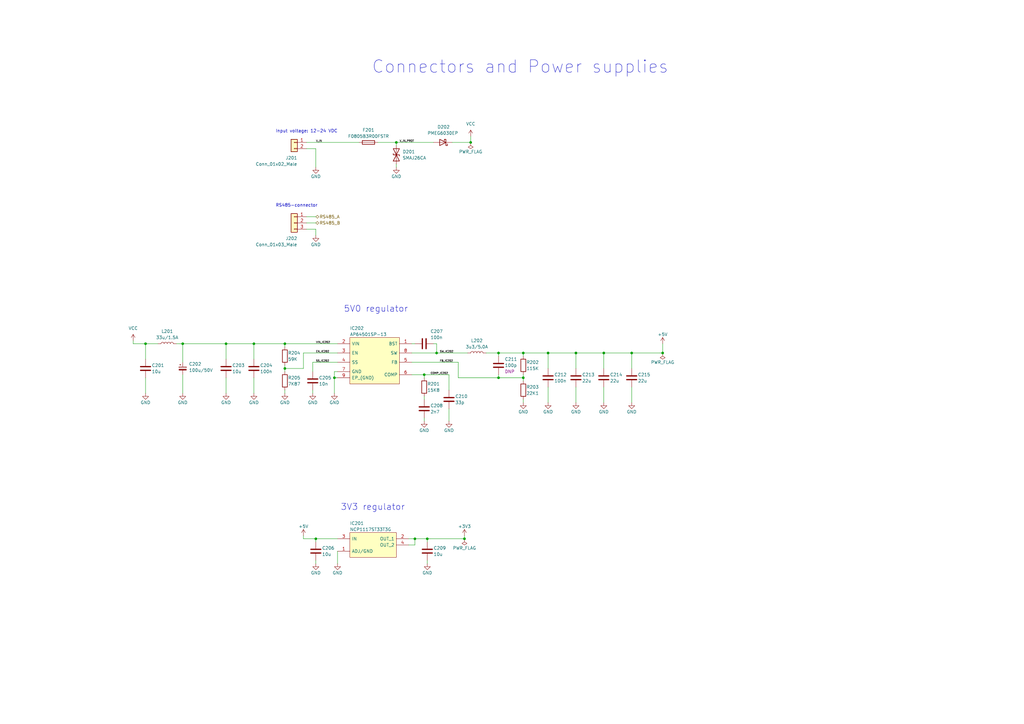
<source format=kicad_sch>
(kicad_sch (version 20211123) (generator eeschema)
  (paper "A3")
  (title_block (title "qEdge-UI") (date "06.02.2023") (rev "V1.0.0") (company "(C) 2023 qinno") (comment 1 "CYA") (comment 2 "17.02.2023") (comment 3 "MSC") (comment 4 "17.02.2023") (comment 5 "RWO") (comment 6 "-") (comment 7 "V1.0.0"))
  (lib_symbols
    (symbol "Connector_Generic:Conn_01x02" (pin_names (offset 1.016) hide)
      (property "Reference" "J" (at 0 2.54 0))
      (property "Value" "Conn_01x02" (at 0 -5.08 0))
      (symbol "Conn_01x02_1_1"
        (rectangle (start -1.27 -2.413) (end 0 -2.667) (stroke (width 0.1524)))
        (rectangle (start -1.27 0.127) (end 0 -0.127) (stroke (width 0.1524)))
        (rectangle (start -1.27 1.27) (end 1.27 -3.81) (stroke (width 0.254)) (fill (type background)))
        (pin passive line (at -5.08 0 0) (length 3.81) (name "Pin_1") (number "1"))
        (pin passive line (at -5.08 -2.54 0) (length 3.81) (name "Pin_2") (number "2"))
      )
    )
    (symbol "Connector_Generic:Conn_01x03" (pin_names (offset 1.016) hide)
      (property "Reference" "J" (at 0 5.08 0))
      (property "Value" "Conn_01x03" (at 0 -5.08 0))
      (symbol "Conn_01x03_1_1"
        (rectangle (start -1.27 -2.413) (end 0 -2.667) (stroke (width 0.1524)))
        (rectangle (start -1.27 0.127) (end 0 -0.127) (stroke (width 0.1524)))
        (rectangle (start -1.27 2.667) (end 0 2.413) (stroke (width 0.1524)))
        (rectangle (start -1.27 3.81) (end 1.27 -3.81) (stroke (width 0.254)) (fill (type background)))
        (pin passive line (at -5.08 2.54 0) (length 3.81) (name "Pin_1") (number "1"))
        (pin passive line (at -5.08 0 0) (length 3.81) (name "Pin_2") (number "2"))
        (pin passive line (at -5.08 -2.54 0) (length 3.81) (name "Pin_3") (number "3"))
      )
    )
    (symbol "Device:C" (pin_numbers hide) (pin_names (offset 0.254))
      (property "Reference" "C" (at 0.635 2.54 0))
      (property "Value" "C" (at 0.635 -2.54 0))
      (symbol "C_0_1"
        (polyline (pts (xy -2.032 -0.762) (xy 2.032 -0.762)) (stroke (width 0.508)))
        (polyline (pts (xy -2.032 0.762) (xy 2.032 0.762)) (stroke (width 0.508)))
      )
      (symbol "C_1_1"
        (pin passive line (at 0 3.81 270) (length 2.794) (name "~") (number "1"))
        (pin passive line (at 0 -3.81 90) (length 2.794) (name "~") (number "2"))
      )
    )
    (symbol "Device:C_Polarized_Small" (pin_numbers hide) (pin_names (offset 0.254) hide)
      (property "Reference" "C" (at 0.254 1.778 0))
      (property "Value" "C_Polarized_Small" (at 0.254 -2.032 0))
      (symbol "C_Polarized_Small_0_1"
        (rectangle (start -1.524 -0.3048) (end 1.524 -0.6858) (fill (type outline)))
        (rectangle (start -1.524 0.6858) (end 1.524 0.3048))
        (polyline (pts (xy -1.27 1.524) (xy -0.762 1.524)))
        (polyline (pts (xy -1.016 1.27) (xy -1.016 1.778)))
      )
      (symbol "C_Polarized_Small_1_1"
        (pin passive line (at 0 2.54 270) (length 1.8542) (name "~") (number "1"))
        (pin passive line (at 0 -2.54 90) (length 1.8542) (name "~") (number "2"))
      )
    )
    (symbol "Device:D_TVS" (pin_numbers hide) (pin_names (offset 1.016) hide)
      (property "Reference" "D" (at 0 2.54 0))
      (property "Value" "D_TVS" (at 0 -2.54 0))
      (symbol "D_TVS_0_1"
        (polyline (pts (xy 1.27 0) (xy -1.27 0)))
        (polyline (pts (xy 0.508 1.27) (xy 0 1.27) (xy 0 -1.27) (xy -0.508 -1.27)) (stroke (width 0.254)))
        (polyline (pts (xy -2.54 1.27) (xy -2.54 -1.27) (xy 2.54 1.27) (xy 2.54 -1.27) (xy -2.54 1.27)) (stroke (width 0.254)))
      )
      (symbol "D_TVS_1_1"
        (pin passive line (at -3.81 0 0) (length 2.54) (name "A1") (number "1"))
        (pin passive line (at 3.81 0 180) (length 2.54) (name "A2") (number "2"))
      )
    )
    (symbol "Device:Fuse" (pin_numbers hide) (pin_names (offset 0))
      (property "Reference" "F" (at 2.032 0 90))
      (property "Value" "Fuse" (at -1.905 0 90))
      (symbol "Fuse_0_1"
        (rectangle (start -0.762 -2.54) (end 0.762 2.54) (stroke (width 0.254)))
        (polyline (pts (xy 0 2.54) (xy 0 -2.54)))
      )
      (symbol "Fuse_1_1"
        (pin passive line (at 0 3.81 270) (length 1.27) (name "~") (number "1"))
        (pin passive line (at 0 -3.81 90) (length 1.27) (name "~") (number "2"))
      )
    )
    (symbol "Device:L" (pin_numbers hide) (pin_names (offset 1.016) hide)
      (property "Reference" "L" (at -1.27 0 90))
      (property "Value" "L" (at 1.905 0 90))
      (symbol "L_0_1"
        (arc (start 0 -2.54) (mid 0.635 -1.905) (end 0 -1.27))
        (arc (start 0 -1.27) (mid 0.635 -0.635) (end 0 0))
        (arc (start 0 0) (mid 0.635 0.635) (end 0 1.27))
        (arc (start 0 1.27) (mid 0.635 1.905) (end 0 2.54))
      )
      (symbol "L_1_1"
        (pin passive line (at 0 3.81 270) (length 1.27) (name "1") (number "1"))
        (pin passive line (at 0 -3.81 90) (length 1.27) (name "2") (number "2"))
      )
    )
    (symbol "Device:R" (pin_numbers hide) (pin_names (offset 0))
      (property "Reference" "R" (at 2.032 0 90))
      (property "Value" "R" (at 0 0 90))
      (symbol "R_0_1"
        (rectangle (start -1.016 -2.54) (end 1.016 2.54) (stroke (width 0.254)))
      )
      (symbol "R_1_1"
        (pin passive line (at 0 3.81 270) (length 1.27) (name "~") (number "1"))
        (pin passive line (at 0 -3.81 90) (length 1.27) (name "~") (number "2"))
      )
    )
    (symbol "Diode:PMEG6030EP" (pin_numbers hide) (pin_names hide)
      (property "Reference" "D" (at 0 2.54 0))
      (property "Value" "PMEG6030EP" (at 0 -2.54 0))
      (symbol "PMEG6030EP_0_1"
        (polyline (pts (xy 1.27 0) (xy -1.27 0)))
        (polyline (pts (xy 1.27 1.27) (xy 1.27 -1.27) (xy -1.27 0) (xy 1.27 1.27)) (stroke (width 0.254)))
        (polyline (pts (xy -1.905 0.635) (xy -1.905 1.27) (xy -1.27 1.27) (xy -1.27 -1.27) (xy -0.635 -1.27) (xy -0.635 -0.635)) (stroke (width 0.254)))
      )
      (symbol "PMEG6030EP_1_1"
        (pin passive line (at -3.81 0 0) (length 2.54) (name "K") (number "1"))
        (pin passive line (at 3.81 0 180) (length 2.54) (name "A") (number "2"))
      )
    )
    (symbol "power:+3V3" (power) (pin_names (offset 0))
      (property "Value" "+3V3" (at 0 3.556 0))
      (symbol "+3V3_0_1"
        (polyline (pts (xy -0.762 1.27) (xy 0 2.54)))
        (polyline (pts (xy 0 0) (xy 0 2.54)))
        (polyline (pts (xy 0 2.54) (xy 0.762 1.27)))
      )
      (symbol "+3V3_1_1"
        (pin power_in line (at 0 0 90) (length 0) hide (name "+3V3") (number "1"))
      )
    )
    (symbol "power:+5V" (power) (pin_names (offset 0))
      (property "Value" "+5V" (at 0 3.556 0))
      (symbol "+5V_0_1"
        (polyline (pts (xy -0.762 1.27) (xy 0 2.54)))
        (polyline (pts (xy 0 0) (xy 0 2.54)))
        (polyline (pts (xy 0 2.54) (xy 0.762 1.27)))
      )
      (symbol "+5V_1_1"
        (pin power_in line (at 0 0 90) (length 0) hide (name "+5V") (number "1"))
      )
    )
    (symbol "power:GND" (power) (pin_names (offset 0))
      (property "Value" "GND" (at 0 -3.81 0))
      (symbol "GND_0_1"
        (polyline (pts (xy 0 0) (xy 0 -1.27) (xy 1.27 -1.27) (xy 0 -2.54) (xy -1.27 -1.27) (xy 0 -1.27)))
      )
      (symbol "GND_1_1"
        (pin power_in line (at 0 0 270) (length 0) hide (name "GND") (number "1"))
      )
    )
    (symbol "power:PWR_FLAG" (power) (pin_numbers hide) (pin_names (offset 0) hide)
      (property "Value" "PWR_FLAG" (at 0 3.81 0))
      (symbol "PWR_FLAG_0_0"
        (pin power_out line (at 0 0 90) (length 0) (name "pwr") (number "1"))
      )
      (symbol "PWR_FLAG_0_1"
        (polyline (pts (xy 0 0) (xy 0 1.27) (xy -1.016 1.905) (xy 0 2.54) (xy 1.016 1.905) (xy 0 1.27)))
      )
    )
    (symbol "power:VCC" (power) (pin_names (offset 0))
      (property "Value" "VCC" (at 0 3.81 0))
      (symbol "VCC_0_1"
        (polyline (pts (xy -0.762 1.27) (xy 0 2.54)))
        (polyline (pts (xy 0 0) (xy 0 2.54)))
        (polyline (pts (xy 0 2.54) (xy 0.762 1.27)))
      )
      (symbol "VCC_1_1"
        (pin power_in line (at 0 0 90) (length 0) hide (name "VCC") (number "1"))
      )
    )
    (symbol "qEdge-UI:AP64501SP-13" (pin_names (offset 0.762))
      (property "Reference" "IC" (at 26.67 7.62 0))
      (property "Value" "AP64501SP-13" (at 26.67 5.08 0))
      (symbol "AP64501SP-13_0_0"
        (pin passive line (at 30.48 0 180) (length 5.08) (name "BST") (number "1"))
        (pin passive line (at 0 0 0) (length 5.08) (name "VIN") (number "2"))
        (pin passive line (at 0 -3.81 0) (length 5.08) (name "EN") (number "3"))
        (pin passive line (at 0 -7.62 0) (length 5.08) (name "SS") (number "4"))
        (pin passive line (at 30.48 -7.62 180) (length 5.08) (name "FB") (number "5"))
        (pin passive line (at 30.48 -12.7 180) (length 5.08) (name "COMP") (number "6"))
        (pin passive line (at 0 -11.43 0) (length 5.08) (name "GND") (number "7"))
        (pin passive line (at 30.48 -3.81 180) (length 5.08) (name "SW") (number "8"))
        (pin passive line (at 0 -13.97 0) (length 5.08) (name "EP_(GND)") (number "9"))
      )
      (symbol "AP64501SP-13_0_1"
        (polyline (pts (xy 5.08 2.54) (xy 25.4 2.54) (xy 25.4 -16.51) (xy 5.08 -16.51) (xy 5.08 2.54)) (stroke (width 0.1524)) (fill (type background)))
      )
    )
    (symbol "qEdge-UI:NCP1117ST33T3G" (pin_names (offset 0.762))
      (property "Reference" "IC" (at 25.4 7.62 0))
      (property "Value" "NCP1117ST33T3G" (at 25.4 5.08 0))
      (symbol "NCP1117ST33T3G_0_0"
        (pin passive line (at 0 -5.08 0) (length 5.08) (name "ADJ/GND") (number "1"))
        (pin passive line (at 29.21 0 180) (length 5.08) (name "OUT_1") (number "2"))
        (pin passive line (at 0 0 0) (length 5.08) (name "IN") (number "3"))
        (pin passive line (at 29.21 -2.54 180) (length 5.08) (name "OUT_2") (number "4"))
      )
      (symbol "NCP1117ST33T3G_0_1"
        (polyline (pts (xy 5.08 2.54) (xy 24.13 2.54) (xy 24.13 -7.62) (xy 5.08 -7.62) (xy 5.08 2.54)) (stroke (width 0.1524)) (fill (type background)))
      )
    )
  )
  (junction (at 190.5 220.98))
  (junction (at 173.99 153.67))
  (junction (at 175.26 220.98))
  (junction (at 214.63 144.78))
  (junction (at 162.56 58.42))
  (junction (at 259.08 144.78))
  (junction (at 271.78 144.78))
  (junction (at 137.16 154.94))
  (junction (at 104.14 140.97))
  (junction (at 116.84 140.97))
  (junction (at 74.93 140.97))
  (junction (at 214.63 154.94))
  (junction (at 170.18 220.98))
  (junction (at 204.47 144.78))
  (junction (at 116.84 151.13))
  (junction (at 224.79 144.78))
  (junction (at 129.54 220.98))
  (junction (at 179.07 144.78))
  (junction (at 236.22 144.78))
  (junction (at 59.69 140.97))
  (junction (at 193.04 58.42))
  (junction (at 92.71 140.97))
  (junction (at 247.65 144.78))
  (junction (at 204.47 154.94))
  (wire (pts (xy 116.84 140.97) (xy 138.43 140.97)))
  (wire (pts (xy 92.71 140.97) (xy 104.14 140.97)))
  (wire (pts (xy 128.27 148.59) (xy 128.27 152.4)))
  (wire (pts (xy 187.96 148.59) (xy 187.96 154.94)))
  (wire (pts (xy 92.71 140.97) (xy 92.71 147.32)))
  (wire (pts (xy 124.46 219.71) (xy 124.46 220.98)))
  (wire (pts (xy 185.42 58.42) (xy 193.04 58.42)))
  (wire (pts (xy 129.54 220.98) (xy 124.46 220.98)))
  (wire (pts (xy 129.54 60.96) (xy 129.54 68.58)))
  (wire (pts (xy 129.54 220.98) (xy 129.54 222.25)))
  (wire (pts (xy 177.8 140.97) (xy 179.07 140.97)))
  (wire (pts (xy 204.47 144.78) (xy 204.47 146.05)))
  (wire (pts (xy 129.54 93.98) (xy 129.54 96.52)))
  (wire (pts (xy 173.99 153.67) (xy 184.15 153.67)))
  (wire (pts (xy 175.26 220.98) (xy 175.26 222.25)))
  (wire (pts (xy 187.96 148.59) (xy 168.91 148.59)))
  (wire (pts (xy 214.63 156.21) (xy 214.63 154.94)))
  (wire (pts (xy 173.99 153.67) (xy 173.99 154.94)))
  (wire (pts (xy 236.22 144.78) (xy 236.22 151.13)))
  (wire (pts (xy 170.18 220.98) (xy 170.18 223.52)))
  (wire (pts (xy 54.61 139.7) (xy 54.61 140.97)))
  (wire (pts (xy 125.73 58.42) (xy 147.32 58.42)))
  (wire (pts (xy 54.61 140.97) (xy 59.69 140.97)))
  (wire (pts (xy 124.46 151.13) (xy 124.46 144.78)))
  (wire (pts (xy 125.73 91.44) (xy 129.54 91.44)))
  (wire (pts (xy 116.84 149.86) (xy 116.84 151.13)))
  (wire (pts (xy 247.65 151.13) (xy 247.65 144.78)))
  (wire (pts (xy 204.47 144.78) (xy 214.63 144.78)))
  (wire (pts (xy 214.63 154.94) (xy 204.47 154.94)))
  (wire (pts (xy 162.56 58.42) (xy 162.56 59.69)))
  (wire (pts (xy 173.99 172.72) (xy 173.99 171.45)))
  (wire (pts (xy 214.63 165.1) (xy 214.63 163.83)))
  (wire (pts (xy 72.39 140.97) (xy 74.93 140.97)))
  (wire (pts (xy 179.07 140.97) (xy 179.07 144.78)))
  (wire (pts (xy 170.18 140.97) (xy 168.91 140.97)))
  (wire (pts (xy 138.43 226.06) (xy 138.43 231.14)))
  (wire (pts (xy 59.69 140.97) (xy 64.77 140.97)))
  (wire (pts (xy 116.84 151.13) (xy 124.46 151.13)))
  (wire (pts (xy 190.5 219.71) (xy 190.5 220.98)))
  (wire (pts (xy 129.54 220.98) (xy 138.43 220.98)))
  (wire (pts (xy 193.04 55.88) (xy 193.04 58.42)))
  (wire (pts (xy 167.64 220.98) (xy 170.18 220.98)))
  (wire (pts (xy 137.16 152.4) (xy 137.16 154.94)))
  (wire (pts (xy 184.15 160.02) (xy 184.15 153.67)))
  (wire (pts (xy 184.15 172.72) (xy 184.15 167.64)))
  (wire (pts (xy 59.69 140.97) (xy 59.69 147.32)))
  (wire (pts (xy 214.63 144.78) (xy 214.63 146.05)))
  (wire (pts (xy 74.93 153.67) (xy 74.93 161.29)))
  (wire (pts (xy 175.26 229.87) (xy 175.26 231.14)))
  (wire (pts (xy 104.14 154.94) (xy 104.14 161.29)))
  (wire (pts (xy 138.43 152.4) (xy 137.16 152.4)))
  (wire (pts (xy 104.14 140.97) (xy 104.14 147.32)))
  (wire (pts (xy 137.16 154.94) (xy 138.43 154.94)))
  (wire (pts (xy 154.94 58.42) (xy 162.56 58.42)))
  (wire (pts (xy 199.39 144.78) (xy 204.47 144.78)))
  (wire (pts (xy 125.73 93.98) (xy 129.54 93.98)))
  (wire (pts (xy 175.26 220.98) (xy 190.5 220.98)))
  (wire (pts (xy 173.99 163.83) (xy 173.99 162.56)))
  (wire (pts (xy 259.08 144.78) (xy 259.08 151.13)))
  (wire (pts (xy 236.22 158.75) (xy 236.22 165.1)))
  (wire (pts (xy 247.65 144.78) (xy 259.08 144.78)))
  (wire (pts (xy 116.84 151.13) (xy 116.84 152.4)))
  (wire (pts (xy 162.56 58.42) (xy 177.8 58.42)))
  (wire (pts (xy 259.08 158.75) (xy 259.08 165.1)))
  (wire (pts (xy 204.47 154.94) (xy 204.47 153.67)))
  (wire (pts (xy 224.79 158.75) (xy 224.79 165.1)))
  (wire (pts (xy 104.14 140.97) (xy 116.84 140.97)))
  (wire (pts (xy 124.46 144.78) (xy 138.43 144.78)))
  (wire (pts (xy 247.65 158.75) (xy 247.65 165.1)))
  (wire (pts (xy 168.91 153.67) (xy 173.99 153.67)))
  (wire (pts (xy 125.73 88.9) (xy 129.54 88.9)))
  (wire (pts (xy 179.07 144.78) (xy 191.77 144.78)))
  (wire (pts (xy 236.22 144.78) (xy 247.65 144.78)))
  (wire (pts (xy 187.96 154.94) (xy 204.47 154.94)))
  (wire (pts (xy 74.93 140.97) (xy 74.93 148.59)))
  (wire (pts (xy 125.73 60.96) (xy 129.54 60.96)))
  (wire (pts (xy 214.63 144.78) (xy 224.79 144.78)))
  (wire (pts (xy 74.93 140.97) (xy 92.71 140.97)))
  (wire (pts (xy 59.69 154.94) (xy 59.69 161.29)))
  (wire (pts (xy 138.43 148.59) (xy 128.27 148.59)))
  (wire (pts (xy 92.71 154.94) (xy 92.71 161.29)))
  (wire (pts (xy 128.27 161.29) (xy 128.27 160.02)))
  (wire (pts (xy 116.84 140.97) (xy 116.84 142.24)))
  (wire (pts (xy 214.63 154.94) (xy 214.63 153.67)))
  (wire (pts (xy 137.16 161.29) (xy 137.16 154.94)))
  (wire (pts (xy 116.84 160.02) (xy 116.84 161.29)))
  (wire (pts (xy 129.54 229.87) (xy 129.54 231.14)))
  (wire (pts (xy 224.79 144.78) (xy 224.79 151.13)))
  (wire (pts (xy 162.56 68.58) (xy 162.56 67.31)))
  (wire (pts (xy 224.79 144.78) (xy 236.22 144.78)))
  (wire (pts (xy 170.18 220.98) (xy 175.26 220.98)))
  (wire (pts (xy 168.91 144.78) (xy 179.07 144.78)))
  (wire (pts (xy 271.78 144.78) (xy 271.78 140.97)))
  (wire (pts (xy 167.64 223.52) (xy 170.18 223.52)))
  (wire (pts (xy 259.08 144.78) (xy 271.78 144.78)))
  (text "RS485-connector" (at 113.03 85.09 0) (effects (font (size 1.27 1.27)) (justify left bottom)))
  (text "Connectors and Power supplies" (at 152.4 30.48 0) (effects (font (size 5.08 5.08)) (justify left bottom)))
  (text "3V3 regulator" (at 139.7 209.55 0) (effects (font (size 2.54 2.54)) (justify left bottom)))
  (text "5V0 regulator" (at 140.97 128.27 0) (effects (font (size 2.54 2.54)) (justify left bottom)))
  (text "Input voltage: 12-24 VDC" (at 113.03 54.61 0) (effects (font (size 1.27 1.27)) (justify left bottom)))
  (label "SS_IC202" (at 129.54 148.59 0) (effects (font (size 0.762 0.762))))
  (label "FB_IC202" (at 180.34 148.59 0) (effects (font (size 0.762 0.762))))
  (label "COMP_IC202" (at 176.53 153.67 0) (effects (font (size 0.762 0.762))))
  (label "V_IN" (at 129.54 58.42 0) (effects (font (size 0.762 0.762))))
  (label "V_IN_PROT" (at 163.83 58.42 0) (effects (font (size 0.762 0.762))))
  (label "EN_IC202" (at 129.54 144.78 0) (effects (font (size 0.762 0.762))))
  (label "SW_IC202" (at 180.34 144.78 0) (effects (font (size 0.762 0.762))))
  (label "VIN_IC202" (at 129.54 140.97 0) (effects (font (size 0.762 0.762))))
  (hierarchical_label "RS485_A" (shape bidirectional) (at 129.54 88.9 0))
  (hierarchical_label "RS485_B" (shape bidirectional) (at 129.54 91.44 0))
  (symbol (lib_id "power:GND") (at 129.54 96.52 0) (unit 1)
    (property "Reference" "#PWR0210" (effects hide))
    (property "Value" "GND" (at 129.54 100.33 0))
  )
  (symbol (lib_id "qEdge-UI:AP64501SP-13") (at 138.43 140.97 0) (unit 1)
    (property "Reference" "IC202" (at 143.51 134.62 0) (effects (justify left)))
    (property "Value" "AP64501SP-13" (at 143.51 137.16 0) (effects (justify left)))
    (property "Footprint" "qEdge-UI:SOIC127P600X163-9N" (effects hide))
    (property "Manufacturer_Name" "Diodes" (effects hide))
    (property "Manufacturer_Part_Number" "AP64501SP-13" (effects hide))
  )
  (symbol (lib_id "power:GND") (at 247.65 165.1 0) (unit 1)
    (property "Reference" "#PWR0222" (effects hide))
    (property "Value" "GND" (at 247.65 168.91 0))
  )
  (symbol (lib_id "Device:C_Polarized_Small") (at 74.93 151.13 0) (unit 1)
    (property "Reference" "C202" (at 77.47 149.3138 0) (effects (justify left)))
    (property "Value" "100u/50V" (at 77.47 151.8538 0) (effects (justify left)))
    (property "Footprint" "Capacitor_SMD:CP_Elec_8x10.5" (effects hide))
    (property "Manufacturer_Name" "Wuerth" (effects hide))
    (property "Manufacturer_Part_Number" "865080653016" (effects hide))
  )
  (symbol (lib_id "Device:C") (at 236.22 154.94 0) (unit 1)
    (property "Reference" "C213" (at 238.76 153.67 0) (effects (justify left)))
    (property "Value" "22u" (at 238.76 156.21 0) (effects (justify left)))
    (property "Footprint" "Capacitor_SMD:C_0805_2012Metric" (effects hide))
  )
  (symbol (lib_id "qEdge-UI:NCP1117ST33T3G") (at 138.43 220.98 0) (unit 1)
    (property "Reference" "IC201" (at 143.51 214.63 0) (effects (justify left)))
    (property "Value" "NCP1117ST33T3G" (at 143.51 217.17 0) (effects (justify left)))
    (property "Footprint" "qEdge-UI:SOT230P700X180-4N" (effects hide))
    (property "Manufacturer_Name" "onsemi" (effects hide))
    (property "Manufacturer_Part_Number" "NCP1117ST33T3G" (effects hide))
  )
  (symbol (lib_id "Device:R") (at 173.99 158.75 0) (unit 1)
    (property "Reference" "R201" (at 175.26 157.48 0) (effects (justify left)))
    (property "Value" "15K8" (at 175.26 160.02 0) (effects (justify left)))
    (property "Footprint" "Resistor_SMD:R_0603_1608Metric" (effects hide))
  )
  (symbol (lib_id "power:+3V3") (at 190.5 219.71 0) (mirror y) (unit 1)
    (property "Reference" "#PWR0217" (effects hide))
    (property "Value" "+3V3" (at 190.5 215.9 0))
  )
  (symbol (lib_id "Device:R") (at 116.84 146.05 0) (unit 1)
    (property "Reference" "R204" (at 118.11 144.78 0) (effects (justify left)))
    (property "Value" "59K" (at 118.11 147.32 0) (effects (justify left)))
    (property "Footprint" "Resistor_SMD:R_0603_1608Metric" (effects hide))
  )
  (symbol (lib_id "Device:C") (at 128.27 156.21 0) (unit 1)
    (property "Reference" "C205" (at 130.81 154.94 0) (effects (justify left)))
    (property "Value" "10n" (at 130.81 157.48 0) (effects (justify left)))
    (property "Footprint" "Capacitor_SMD:C_0603_1608Metric" (effects hide))
  )
  (symbol (lib_id "power:VCC") (at 193.04 55.88 0) (unit 1)
    (property "Reference" "#PWR0218" (effects hide))
    (property "Value" "VCC" (at 193.04 50.8 0))
  )
  (symbol (lib_id "power:PWR_FLAG") (at 193.04 58.42 180) (unit 1)
    (property "Reference" "#FLG0202" (effects hide))
    (property "Value" "PWR_FLAG" (at 193.04 62.23 0))
  )
  (symbol (lib_id "power:+5V") (at 124.46 219.71 0) (unit 1)
    (property "Reference" "#PWR0206" (effects hide))
    (property "Value" "+5V" (at 124.46 215.9 0))
  )
  (symbol (lib_id "power:GND") (at 173.99 172.72 0) (unit 1)
    (property "Reference" "#PWR0214" (effects hide))
    (property "Value" "GND" (at 173.99 176.53 0))
  )
  (symbol (lib_id "Device:C") (at 259.08 154.94 0) (unit 1)
    (property "Reference" "C215" (at 261.62 153.67 0) (effects (justify left)))
    (property "Value" "22u" (at 261.62 156.21 0) (effects (justify left)))
    (property "Footprint" "Capacitor_SMD:C_0805_2012Metric" (effects hide))
  )
  (symbol (lib_id "power:GND") (at 236.22 165.1 0) (unit 1)
    (property "Reference" "#PWR0221" (effects hide))
    (property "Value" "GND" (at 236.22 168.91 0))
  )
  (symbol (lib_id "power:GND") (at 137.16 161.29 0) (unit 1)
    (property "Reference" "#PWR0211" (effects hide))
    (property "Value" "GND" (at 137.16 165.1 0))
  )
  (symbol (lib_id "power:PWR_FLAG") (at 271.78 144.78 180) (unit 1)
    (property "Reference" "#FLG0203" (effects hide))
    (property "Value" "PWR_FLAG" (at 271.78 148.59 0))
  )
  (symbol (lib_id "power:VCC") (at 54.61 139.7 0) (unit 1)
    (property "Reference" "#PWR0201" (effects hide))
    (property "Value" "VCC" (at 54.61 134.62 0))
  )
  (symbol (lib_id "power:GND") (at 116.84 161.29 0) (unit 1)
    (property "Reference" "#PWR0225" (effects hide))
    (property "Value" "GND" (at 116.84 165.1 0))
  )
  (symbol (lib_id "power:PWR_FLAG") (at 190.5 220.98 180) (unit 1)
    (property "Reference" "#FLG0201" (effects hide))
    (property "Value" "PWR_FLAG" (at 190.5 224.79 0))
  )
  (symbol (lib_id "Device:C") (at 92.71 151.13 0) (unit 1)
    (property "Reference" "C203" (at 95.25 149.86 0) (effects (justify left)))
    (property "Value" "10u" (at 95.25 152.4 0) (effects (justify left)))
    (property "Footprint" "Capacitor_SMD:C_0805_2012Metric" (effects hide))
  )
  (symbol (lib_id "Device:L") (at 68.58 140.97 90) (unit 1)
    (property "Reference" "L201" (at 68.58 135.89 90))
    (property "Value" "33u/1.5A" (at 68.58 138.43 90))
    (property "Footprint" "qEdge-UI:Murata_1255AY100MP3" (effects hide))
    (property "Manufacturer_Name" "Murata" (effects hide))
    (property "Manufacturer_Part_Number" "1255AY-330M=P3" (effects hide))
  )
  (symbol (lib_id "Device:C") (at 104.14 151.13 0) (unit 1)
    (property "Reference" "C204" (at 106.68 149.86 0) (effects (justify left)))
    (property "Value" "100n" (at 106.68 152.4 0) (effects (justify left)))
    (property "Footprint" "Capacitor_SMD:C_0603_1608Metric" (effects hide))
  )
  (symbol (lib_id "Device:C") (at 204.47 149.86 0) (unit 1)
    (property "Reference" "C211" (at 207.01 147.32 0) (effects (justify left)))
    (property "Value" "100p" (at 207.01 149.86 0) (effects (justify left)))
    (property "Footprint" "Capacitor_SMD:C_0603_1608Metric" (effects hide))
    (property "DNP" "DNP" (at 207.01 152.4 0) (effects (justify left)))
  )
  (symbol (lib_id "power:GND") (at 92.71 161.29 0) (unit 1)
    (property "Reference" "#PWR0204" (effects hide))
    (property "Value" "GND" (at 92.71 165.1 0))
  )
  (symbol (lib_id "Device:C") (at 129.54 226.06 0) (unit 1)
    (property "Reference" "C206" (at 132.08 224.79 0) (effects (justify left)))
    (property "Value" "10u" (at 132.08 227.33 0) (effects (justify left)))
    (property "Footprint" "Capacitor_SMD:C_0603_1608Metric" (effects hide))
  )
  (symbol (lib_id "Device:C") (at 184.15 163.83 0) (unit 1)
    (property "Reference" "C210" (at 186.69 162.56 0) (effects (justify left)))
    (property "Value" "33p" (at 186.69 165.1 0) (effects (justify left)))
    (property "Footprint" "Capacitor_SMD:C_0603_1608Metric" (effects hide))
  )
  (symbol (lib_id "power:GND") (at 104.14 161.29 0) (unit 1)
    (property "Reference" "#PWR0205" (effects hide))
    (property "Value" "GND" (at 104.14 165.1 0))
  )
  (symbol (lib_id "Device:R") (at 214.63 160.02 0) (unit 1)
    (property "Reference" "R203" (at 215.9 158.75 0) (effects (justify left)))
    (property "Value" "22K1" (at 215.9 161.29 0) (effects (justify left)))
    (property "Footprint" "Resistor_SMD:R_0603_1608Metric" (effects hide))
  )
  (symbol (lib_id "Device:Fuse") (at 151.13 58.42 90) (unit 1)
    (property "Reference" "F201" (at 151.13 53.34 90))
    (property "Value" "F0805B3R00FSTR" (at 151.13 55.88 90))
    (property "Footprint" "Fuse:Fuse_0805_2012Metric" (effects hide))
    (property "Manufacturer_Name" "Kyocera AVX" (effects hide))
    (property "Manufacturer_Part_Number" "F0805B3R00FSTR" (effects hide))
  )
  (symbol (lib_id "Device:C") (at 175.26 226.06 0) (unit 1)
    (property "Reference" "C209" (at 177.8 224.79 0) (effects (justify left)))
    (property "Value" "10u" (at 177.8 227.33 0) (effects (justify left)))
    (property "Footprint" "Capacitor_SMD:C_0603_1608Metric" (effects hide))
  )
  (symbol (lib_id "Device:R") (at 116.84 156.21 0) (unit 1)
    (property "Reference" "R205" (at 118.11 154.94 0) (effects (justify left)))
    (property "Value" "7K87" (at 118.11 157.48 0) (effects (justify left)))
    (property "Footprint" "Resistor_SMD:R_0603_1608Metric" (effects hide))
  )
  (symbol (lib_id "Device:L") (at 195.58 144.78 90) (unit 1)
    (property "Reference" "L202" (at 195.58 139.7 90))
    (property "Value" "3u3/5.0A" (at 195.58 142.24 90))
    (property "Footprint" "qEdge-UI:Abracon_ASPI0530LR3R3MT2" (effects hide))
    (property "Manufacturer_Name" "ABRACON" (effects hide))
    (property "Manufacturer_Part_Number" "ASPI-0530LR-3R3M-T2" (effects hide))
  )
  (symbol (lib_id "power:GND") (at 74.93 161.29 0) (unit 1)
    (property "Reference" "#PWR0203" (effects hide))
    (property "Value" "GND" (at 74.93 165.1 0))
  )
  (symbol (lib_id "power:GND") (at 162.56 68.58 0) (unit 1)
    (property "Reference" "#PWR0213" (effects hide))
    (property "Value" "GND" (at 162.56 72.39 0))
  )
  (symbol (lib_id "power:GND") (at 259.08 165.1 0) (unit 1)
    (property "Reference" "#PWR0223" (effects hide))
    (property "Value" "GND" (at 259.08 168.91 0))
  )
  (symbol (lib_id "Device:C") (at 247.65 154.94 0) (unit 1)
    (property "Reference" "C214" (at 250.19 153.67 0) (effects (justify left)))
    (property "Value" "22u" (at 250.19 156.21 0) (effects (justify left)))
    (property "Footprint" "Capacitor_SMD:C_0805_2012Metric" (effects hide))
  )
  (symbol (lib_id "Device:C") (at 173.99 167.64 0) (unit 1)
    (property "Reference" "C208" (at 176.53 166.37 0) (effects (justify left)))
    (property "Value" "2n7" (at 176.53 168.91 0) (effects (justify left)))
    (property "Footprint" "Capacitor_SMD:C_0603_1608Metric" (effects hide))
  )
  (symbol (lib_id "Connector_Generic:Conn_01x03") (at 120.65 91.44 0) (mirror y) (unit 1)
    (property "Reference" "J202" (at 121.92 97.79 0) (effects (justify left)))
    (property "Value" "Conn_01x03_Male" (at 121.92 100.33 0) (effects (justify left)))
    (property "Footprint" "Connector_Phoenix_MC:PhoenixContact_MC_1,5_3-G-3.5_1x03_P3.50mm_Horizontal" (effects hide))
    (property "Manufacturer_Name" "Phoenix" (effects hide))
    (property "Manufacturer_Part_Number" "MC 1,5/ 3-G-3,5 - 1844223" (effects hide))
  )
  (symbol (lib_id "Connector_Generic:Conn_01x02") (at 120.65 58.42 0) (mirror y) (unit 1)
    (property "Reference" "J201" (at 121.92 64.77 0) (effects (justify left)))
    (property "Value" "Conn_01x02_Male" (at 121.92 67.31 0) (effects (justify left)))
    (property "Footprint" "Connector_Phoenix_MC:PhoenixContact_MC_1,5_2-G-3.5_1x02_P3.50mm_Horizontal" (effects hide))
    (property "Manufacturer_Name" "Phoenix" (effects hide))
    (property "Manufacturer_Part_Number" "MC 1,5/ 2-G-3,5 - 1844210" (effects hide))
  )
  (symbol (lib_id "power:GND") (at 128.27 161.29 0) (unit 1)
    (property "Reference" "#PWR0207" (effects hide))
    (property "Value" "GND" (at 128.27 165.1 0))
  )
  (symbol (lib_id "Device:R") (at 214.63 149.86 0) (unit 1)
    (property "Reference" "R202" (at 215.9 148.59 0) (effects (justify left)))
    (property "Value" "115K" (at 215.9 151.13 0) (effects (justify left)))
    (property "Footprint" "Resistor_SMD:R_0603_1608Metric" (effects hide))
  )
  (symbol (lib_id "power:GND") (at 175.26 231.14 0) (unit 1)
    (property "Reference" "#PWR0215" (effects hide))
    (property "Value" "GND" (at 175.26 234.95 0))
  )
  (symbol (lib_id "power:+5V") (at 271.78 140.97 0) (unit 1)
    (property "Reference" "#PWR0224" (effects hide))
    (property "Value" "+5V" (at 271.78 137.16 0))
  )
  (symbol (lib_id "power:GND") (at 129.54 231.14 0) (unit 1)
    (property "Reference" "#PWR0208" (effects hide))
    (property "Value" "GND" (at 129.54 234.95 0))
  )
  (symbol (lib_id "power:GND") (at 184.15 172.72 0) (unit 1)
    (property "Reference" "#PWR0216" (effects hide))
    (property "Value" "GND" (at 184.15 176.53 0))
  )
  (symbol (lib_id "power:GND") (at 59.69 161.29 0) (unit 1)
    (property "Reference" "#PWR0202" (effects hide))
    (property "Value" "GND" (at 59.69 165.1 0))
  )
  (symbol (lib_id "Device:C") (at 173.99 140.97 270) (unit 1)
    (property "Reference" "C207" (at 176.53 135.89 90) (effects (justify left)))
    (property "Value" "100n" (at 176.53 138.43 90) (effects (justify left)))
    (property "Footprint" "Capacitor_SMD:C_0603_1608Metric" (effects hide))
  )
  (symbol (lib_id "power:GND") (at 214.63 165.1 0) (unit 1)
    (property "Reference" "#PWR0219" (effects hide))
    (property "Value" "GND" (at 214.63 168.91 0))
  )
  (symbol (lib_id "power:GND") (at 224.79 165.1 0) (unit 1)
    (property "Reference" "#PWR0220" (effects hide))
    (property "Value" "GND" (at 224.79 168.91 0))
  )
  (symbol (lib_id "Device:C") (at 224.79 154.94 0) (unit 1)
    (property "Reference" "C212" (at 227.33 153.67 0) (effects (justify left)))
    (property "Value" "100n" (at 227.33 156.21 0) (effects (justify left)))
    (property "Footprint" "Capacitor_SMD:C_0603_1608Metric" (effects hide))
  )
  (symbol (lib_id "Device:C") (at 59.69 151.13 0) (unit 1)
    (property "Reference" "C201" (at 62.23 149.86 0) (effects (justify left)))
    (property "Value" "10u" (at 62.23 152.4 0) (effects (justify left)))
    (property "Footprint" "Capacitor_SMD:C_0805_2012Metric" (effects hide))
  )
  (symbol (lib_id "power:GND") (at 129.54 68.58 0) (unit 1)
    (property "Reference" "#PWR0209" (effects hide))
    (property "Value" "GND" (at 129.54 72.39 0))
  )
  (symbol (lib_id "Device:D_TVS") (at 162.56 63.5 90) (unit 1)
    (property "Reference" "D201" (at 165.1 62.23 90) (effects (justify right)))
    (property "Value" "SMAJ26CA" (at 165.1 64.77 90) (effects (justify right)))
    (property "Footprint" "qEdge-UI:D_SMA_bipolar" (effects hide))
    (property "Manufacturer_Name" "Littelfuse" (effects hide))
    (property "Manufacturer_Part_Number" "SMAJ26CA" (effects hide))
  )
  (symbol (lib_id "power:GND") (at 138.43 231.14 0) (unit 1)
    (property "Reference" "#PWR0212" (effects hide))
    (property "Value" "GND" (at 138.43 234.95 0))
  )
  (symbol (lib_id "Diode:PMEG6030EP") (at 181.61 58.42 180) (unit 1)
    (property "Reference" "D202" (at 181.9275 52.07 0))
    (property "Value" "PMEG6030EP" (at 181.61 54.61 0))
    (property "Footprint" "Diode_SMD:D_SOD-128" (effects hide))
    (property "Manufacturer_Name" "Nexperia" (effects hide))
    (property "Manufacturer_Part_Number" "PMEG6030EP,115" (effects hide))
  )
)
</source>
